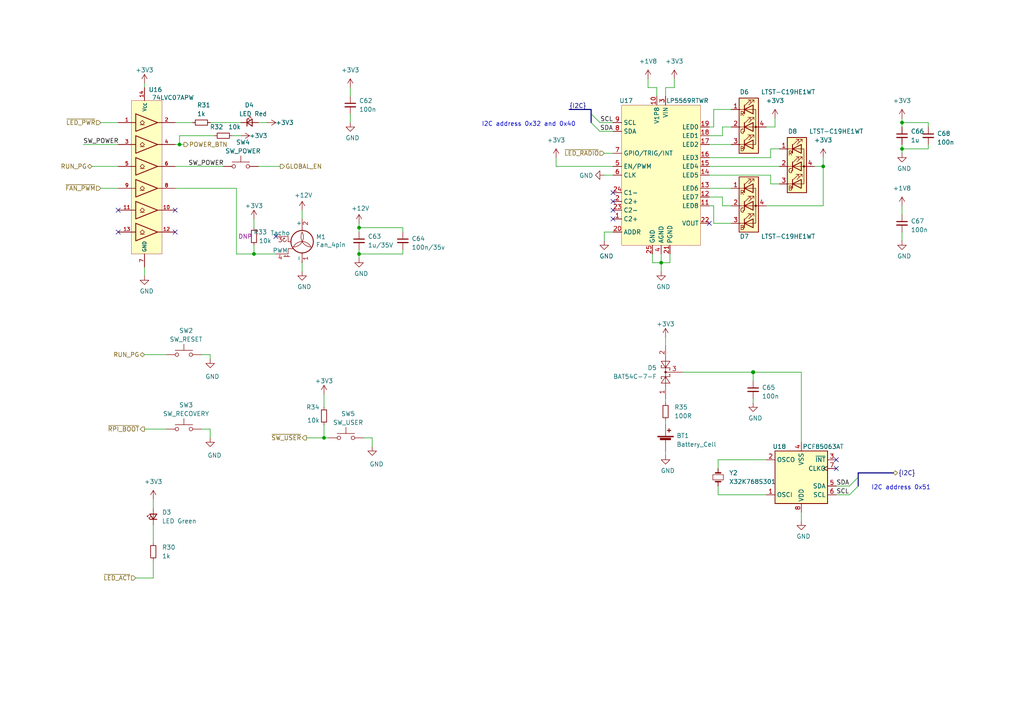
<source format=kicad_sch>
(kicad_sch (version 20210123) (generator eeschema)
  (paper "A4")
  (title_block (title "Front Panel/RTC") (date "2021-01-12") (rev "0.1") (company "Nabu Casa") (comment 1 "www.nabucasa.com") (comment 2 "Light Blue"))
  (lib_symbols
    (symbol "Device:Battery_Cell" (pin_numbers hide) (pin_names (offset 0) hide)
      (property "Reference" "BT" (at 2.54 2.54 0))
      (property "Value" "Battery_Cell" (at 2.54 0 0))
      (symbol "Battery_Cell_0_1"
        (rectangle (start -2.286 1.778) (end 2.286 1.524) (fill (type outline)))
        (rectangle (start -1.5748 1.1938) (end 1.4732 0.6858) (fill (type outline)))
        (polyline (pts (xy 0 0.762) (xy 0 0)))
        (polyline (pts (xy 0 1.778) (xy 0 2.54)))
        (polyline (pts (xy 0.508 3.429) (xy 1.524 3.429)) (stroke (width 0.254)))
        (polyline (pts (xy 1.016 3.937) (xy 1.016 2.921)) (stroke (width 0.254)))
      )
      (symbol "Battery_Cell_1_1"
        (pin passive line (at 0 5.08 270) (length 2.54) (name "+") (number "1"))
        (pin passive line (at 0 -2.54 90) (length 2.54) (name "-") (number "2"))
      )
    )
    (symbol "Device:C_Small" (pin_numbers hide) (pin_names (offset 0.254) hide)
      (property "Reference" "C" (at 0.254 1.778 0))
      (property "Value" "C_Small" (at 0.254 -2.032 0))
      (symbol "C_Small_0_1"
        (polyline (pts (xy -1.524 -0.508) (xy 1.524 -0.508)) (stroke (width 0.3302)))
        (polyline (pts (xy -1.524 0.508) (xy 1.524 0.508)) (stroke (width 0.3048)))
      )
      (symbol "C_Small_1_1"
        (pin passive line (at 0 2.54 270) (length 2.032) (name "~") (number "1"))
        (pin passive line (at 0 -2.54 90) (length 2.032) (name "~") (number "2"))
      )
    )
    (symbol "Device:Crystal_Small" (pin_numbers hide) (pin_names (offset 1.016) hide)
      (property "Reference" "Y" (at 0 2.54 0))
      (property "Value" "Crystal_Small" (at 0 -2.54 0))
      (symbol "Crystal_Small_0_1"
        (rectangle (start -0.762 -1.524) (end 0.762 1.524))
        (polyline (pts (xy -1.27 -0.762) (xy -1.27 0.762)) (stroke (width 0.381)))
        (polyline (pts (xy 1.27 -0.762) (xy 1.27 0.762)) (stroke (width 0.381)))
      )
      (symbol "Crystal_Small_1_1"
        (pin passive line (at -2.54 0 0) (length 1.27) (name "1") (number "1"))
        (pin passive line (at 2.54 0 180) (length 1.27) (name "2") (number "2"))
      )
    )
    (symbol "Device:LED_RGBA" (pin_names (offset 0) hide)
      (property "Reference" "D" (at 0 9.398 0))
      (property "Value" "LED_RGBA" (at 0 -8.89 0))
      (symbol "LED_RGBA_0_0"
        (text "B" (at -1.905 -6.35 0) (effects (font (size 1.27 1.27))))
        (text "G" (at -1.905 -1.27 0) (effects (font (size 1.27 1.27))))
        (text "R" (at -1.905 3.81 0) (effects (font (size 1.27 1.27))))
      )
      (symbol "LED_RGBA_0_1"
        (circle (center 2.032 0) (radius 0.254) (fill (type outline)))
        (rectangle (start 1.27 -1.27) (end 1.27 1.27))
        (rectangle (start 1.27 1.27) (end 1.27 1.27))
        (rectangle (start 1.27 3.81) (end 1.27 6.35))
        (rectangle (start 1.27 6.35) (end 1.27 6.35))
        (rectangle (start 2.794 8.382) (end -2.794 -7.62) (stroke (width 0.254)) (fill (type background)))
        (polyline (pts (xy -1.27 -5.08) (xy -2.54 -5.08)))
        (polyline (pts (xy -1.27 -5.08) (xy 1.27 -5.08)))
        (polyline (pts (xy -1.27 -3.81) (xy -1.27 -6.35)) (stroke (width 0.254)))
        (polyline (pts (xy -1.27 0) (xy -2.54 0)))
        (polyline (pts (xy -1.27 1.27) (xy -1.27 -1.27)) (stroke (width 0.254)))
        (polyline (pts (xy -1.27 5.08) (xy -2.54 5.08)))
        (polyline (pts (xy -1.27 5.08) (xy 1.27 5.08)))
        (polyline (pts (xy -1.27 6.35) (xy -1.27 3.81)) (stroke (width 0.254)))
        (polyline (pts (xy 1.27 0) (xy -1.27 0)))
        (polyline (pts (xy 1.27 0) (xy 2.54 0)))
        (polyline (pts (xy -1.27 1.27) (xy -1.27 -1.27) (xy -1.27 -1.27)))
        (polyline (pts (xy -1.27 6.35) (xy -1.27 3.81) (xy -1.27 3.81)))
        (polyline (pts (xy 1.27 -5.08) (xy 2.032 -5.08) (xy 2.032 5.08) (xy 1.27 5.08)))
        (polyline (pts (xy 1.27 -3.81) (xy 1.27 -6.35) (xy -1.27 -5.08) (xy 1.27 -3.81)) (stroke (width 0.254)))
        (polyline (pts (xy 1.27 1.27) (xy 1.27 -1.27) (xy -1.27 0) (xy 1.27 1.27)) (stroke (width 0.254)))
        (polyline (pts (xy 1.27 6.35) (xy 1.27 3.81) (xy -1.27 5.08) (xy 1.27 6.35)) (stroke (width 0.254)))
        (polyline (pts (xy -1.016 -3.81) (xy 0.508 -2.286) (xy -0.254 -2.286) (xy 0.508 -2.286) (xy 0.508 -3.048)))
        (polyline (pts (xy -1.016 1.27) (xy 0.508 2.794) (xy -0.254 2.794) (xy 0.508 2.794) (xy 0.508 2.032)))
        (polyline (pts (xy -1.016 6.35) (xy 0.508 7.874) (xy -0.254 7.874) (xy 0.508 7.874) (xy 0.508 7.112)))
        (polyline (pts (xy 0 -3.81) (xy 1.524 -2.286) (xy 0.762 -2.286) (xy 1.524 -2.286) (xy 1.524 -3.048)))
        (polyline (pts (xy 0 1.27) (xy 1.524 2.794) (xy 0.762 2.794) (xy 1.524 2.794) (xy 1.524 2.032)))
        (polyline (pts (xy 0 6.35) (xy 1.524 7.874) (xy 0.762 7.874) (xy 1.524 7.874) (xy 1.524 7.112)))
      )
      (symbol "LED_RGBA_1_1"
        (pin passive line (at -5.08 5.08 0) (length 2.54) (name "RK") (number "1"))
        (pin passive line (at -5.08 0 0) (length 2.54) (name "GK") (number "2"))
        (pin passive line (at -5.08 -5.08 0) (length 2.54) (name "BK") (number "3"))
        (pin passive line (at 5.08 0 180) (length 2.54) (name "A") (number "4"))
      )
    )
    (symbol "Device:LED_Small" (pin_numbers hide) (pin_names (offset 0.254) hide)
      (property "Reference" "D" (at -1.27 3.175 0))
      (property "Value" "LED_Small" (at -4.445 -2.54 0))
      (symbol "LED_Small_0_1"
        (polyline (pts (xy -0.762 -1.016) (xy -0.762 1.016)) (stroke (width 0.254)))
        (polyline (pts (xy 1.016 0) (xy -0.762 0)))
        (polyline (pts (xy 0.762 -1.016) (xy -0.762 0) (xy 0.762 1.016) (xy 0.762 -1.016)) (stroke (width 0.254)))
        (polyline (pts (xy 0 0.762) (xy -0.508 1.27) (xy -0.254 1.27) (xy -0.508 1.27) (xy -0.508 1.016)))
        (polyline (pts (xy 0.508 1.27) (xy 0 1.778) (xy 0.254 1.778) (xy 0 1.778) (xy 0 1.524)))
      )
      (symbol "LED_Small_1_1"
        (pin passive line (at -2.54 0 0) (length 1.778) (name "K") (number "1"))
        (pin passive line (at 2.54 0 180) (length 1.778) (name "A") (number "2"))
      )
    )
    (symbol "Device:R_Small" (pin_numbers hide) (pin_names (offset 0.254) hide)
      (property "Reference" "R" (at 0.762 0.508 0))
      (property "Value" "R_Small" (at 0.762 -1.016 0))
      (symbol "R_Small_0_1"
        (rectangle (start -0.762 1.778) (end 0.762 -1.778) (stroke (width 0.2032)))
      )
      (symbol "R_Small_1_1"
        (pin passive line (at 0 2.54 270) (length 0.762) (name "~") (number "1"))
        (pin passive line (at 0 -2.54 90) (length 0.762) (name "~") (number "2"))
      )
    )
    (symbol "Diode:BAT54C" (pin_names (offset 1.016))
      (property "Reference" "D" (at 0.635 -3.81 0))
      (property "Value" "BAT54C" (at -6.35 3.175 0))
      (symbol "BAT54C_0_1"
        (circle (center 0 0) (radius 0.254) (fill (type outline)))
        (polyline (pts (xy -1.905 0) (xy 1.905 0)))
        (polyline (pts (xy -1.905 1.27) (xy -1.905 1.016)))
        (polyline (pts (xy -1.27 -1.27) (xy -0.635 -1.27)))
        (polyline (pts (xy -1.27 0) (xy -3.81 0)))
        (polyline (pts (xy -1.27 1.27) (xy -1.905 1.27)))
        (polyline (pts (xy -1.27 1.27) (xy -1.27 -1.27)))
        (polyline (pts (xy -0.635 -1.27) (xy -0.635 -1.016)))
        (polyline (pts (xy 0.635 -1.27) (xy 0.635 -1.016)))
        (polyline (pts (xy 1.27 -1.27) (xy 0.635 -1.27)))
        (polyline (pts (xy 1.27 1.27) (xy 1.27 -1.27)))
        (polyline (pts (xy 1.27 1.27) (xy 1.905 1.27)))
        (polyline (pts (xy 1.905 1.27) (xy 1.905 1.016)))
        (polyline (pts (xy 3.81 0) (xy 1.27 0)))
        (polyline (pts (xy -3.175 -1.27) (xy -3.175 1.27) (xy -1.27 0) (xy -3.175 -1.27)))
        (polyline (pts (xy 3.175 -1.27) (xy 3.175 1.27) (xy 1.27 0) (xy 3.175 -1.27)))
      )
      (symbol "BAT54C_1_1"
        (pin passive line (at -7.62 0 0) (length 3.81) (name "~") (number "1"))
        (pin passive line (at 7.62 0 180) (length 3.81) (name "~") (number "2"))
        (pin passive line (at 0 -5.08 90) (length 5.08) (name "~") (number "3"))
      )
    )
    (symbol "LightBlue:74LVC07A"
      (property "Reference" "U" (at 3.81 -24.13 0))
      (property "Value" "74LVC07A" (at -7.62 -24.13 0))
      (symbol "74LVC07A_0_1"
        (rectangle (start -3.81 21.59) (end 5.08 -22.86) (stroke (width 0.001)) (fill (type background)))
        (polyline (pts (xy -1.27 14.605) (xy 0 14.605)))
        (polyline (pts (xy -2.54 17.78) (xy -2.54 12.7) (xy 3.81 15.24) (xy -2.54 17.78)) (stroke (width 0.254)))
        (polyline (pts (xy -0.635 15.875) (xy -1.27 15.24) (xy -0.635 14.605) (xy 0 15.24) (xy -0.635 15.875)))
        (polyline (pts (xy -1.27 8.255) (xy 0 8.255)))
        (polyline (pts (xy -0.635 9.525) (xy -1.27 8.89) (xy -0.635 8.255) (xy 0 8.89) (xy -0.635 9.525)))
        (polyline (pts (xy -2.54 11.43) (xy -2.54 6.35) (xy 3.81 8.89) (xy -2.54 11.43)) (stroke (width 0.254)))
        (polyline (pts (xy -2.54 5.08) (xy -2.54 0) (xy 3.81 2.54) (xy -2.54 5.08)) (stroke (width 0.254)))
        (polyline (pts (xy -1.27 1.905) (xy 0 1.905)))
        (polyline (pts (xy -0.635 3.175) (xy -1.27 2.54) (xy -0.635 1.905) (xy 0 2.54) (xy -0.635 3.175)))
        (polyline (pts (xy -1.27 -4.445) (xy 0 -4.445)))
        (polyline (pts (xy -2.54 -1.27) (xy -2.54 -6.35) (xy 3.81 -3.81) (xy -2.54 -1.27)) (stroke (width 0.254)))
        (polyline (pts (xy -0.635 -3.175) (xy -1.27 -3.81) (xy -0.635 -4.445) (xy 0 -3.81) (xy -0.635 -3.175)))
        (polyline (pts (xy -1.27 -10.795) (xy 0 -10.795)))
        (polyline (pts (xy -0.635 -9.525) (xy -1.27 -10.16) (xy -0.635 -10.795) (xy 0 -10.16) (xy -0.635 -9.525)))
        (polyline (pts (xy -2.54 -7.62) (xy -2.54 -12.7) (xy 3.81 -10.16) (xy -2.54 -7.62)) (stroke (width 0.254)))
        (polyline (pts (xy -1.27 -17.145) (xy 0 -17.145)))
        (polyline (pts (xy -2.54 -13.97) (xy -2.54 -19.05) (xy 3.81 -16.51) (xy -2.54 -13.97)) (stroke (width 0.254)))
        (polyline (pts (xy -0.635 -15.875) (xy -1.27 -16.51) (xy -0.635 -17.145) (xy 0 -16.51) (xy -0.635 -15.875)))
      )
      (symbol "74LVC07A_1_1"
        (pin input line (at -7.62 15.24 0) (length 5) (name "~") (number "1"))
        (pin open_collector line (at 8.89 15.24 180) (length 5) (name "~") (number "2"))
        (pin input line (at -7.62 8.89 0) (length 5) (name "~") (number "3"))
        (pin open_collector line (at 8.89 8.89 180) (length 5) (name "~") (number "4"))
        (pin open_collector line (at 8.89 2.54 180) (length 5) (name "~") (number "6"))
        (pin input line (at -7.62 2.54 0) (length 5) (name "~") (number "5"))
        (pin input line (at -7.62 -3.81 0) (length 5) (name "~") (number "9"))
        (pin open_collector line (at 8.89 -3.81 180) (length 5) (name "~") (number "8"))
        (pin input line (at -7.62 -10.16 0) (length 5) (name "~") (number "11"))
        (pin open_collector line (at 8.89 -10.16 180) (length 5) (name "~") (number "10"))
        (pin open_collector line (at 8.89 -16.51 180) (length 5) (name "~") (number "12"))
        (pin input line (at -7.62 -16.51 0) (length 5) (name "~") (number "13"))
        (pin power_in line (at 0 25.4 270) (length 3.81) (name "V_{CC}") (number "14"))
        (pin power_in line (at 0 -26.67 90) (length 3.81) (name "GND") (number "7"))
      )
    )
    (symbol "LightBlue:LP5569"
      (property "Reference" "U" (at -10.16 21.59 0))
      (property "Value" "LP5569" (at 7.62 21.59 0))
      (symbol "LP5569_0_1"
        (rectangle (start -11.43 20.32) (end 11.43 -20.32) (stroke (width 0.0006)) (fill (type background)))
      )
      (symbol "LP5569_1_1"
        (pin input line (at -2.54 -22.86 90) (length 2.54) (name "GND") (number "25"))
        (pin bidirectional line (at -13.97 12.7 0) (length 2.54) (name "SDA") (number "8"))
        (pin input line (at -13.97 15.24 0) (length 2.54) (name "SCL") (number "9"))
        (pin input line (at -13.97 -12.7 0) (length 2.54) (name "C2+") (number "1"))
        (pin input line (at -13.97 -16.51 0) (length 2.54) (name "ADDR") (number "20"))
        (pin output line (at 13.97 11.43 180) (length 2.54) (name "LED1") (number "18"))
        (pin output line (at 13.97 8.89 180) (length 2.54) (name "LED2") (number "17"))
        (pin output line (at 13.97 5.08 180) (length 2.54) (name "LED3") (number "16"))
        (pin input line (at 1.27 22.86 270) (length 2.54) (name "VIN") (number "3"))
        (pin input line (at -13.97 0 0) (length 2.54) (name "CLK") (number "6"))
        (pin output line (at 13.97 2.54 180) (length 2.54) (name "LED4") (number "15"))
        (pin output line (at 13.97 -3.81 180) (length 2.54) (name "LED6") (number "13"))
        (pin output line (at 13.97 0 180) (length 2.54) (name "LED5") (number "14"))
        (pin output line (at 13.97 -6.35 180) (length 2.54) (name "LED7") (number "12"))
        (pin output line (at 13.97 -8.89 180) (length 2.54) (name "LED8") (number "11"))
        (pin output line (at 13.97 13.97 180) (length 2.54) (name "LED0") (number "19"))
        (pin input line (at 0 -22.86 90) (length 2.54) (name "AGND") (number "4"))
        (pin input line (at 2.54 -22.86 90) (length 2.54) (name "PGND") (number "21"))
        (pin input line (at -13.97 -10.16 0) (length 2.54) (name "C2-") (number "23"))
        (pin input line (at -13.97 -7.62 0) (length 2.54) (name "C2+") (number "2"))
        (pin input line (at -13.97 -5.08 0) (length 2.54) (name "C1-") (number "24"))
        (pin input line (at -13.97 2.54 0) (length 2.54) (name "EN/PWM") (number "5"))
        (pin input line (at -13.97 6.35 0) (length 2.54) (name "GPIO/TRIG/INT") (number "7"))
        (pin input line (at -1.27 22.86 270) (length 2.54) (name "V1P8") (number "10"))
        (pin output line (at 13.97 -13.97 180) (length 2.54) (name "VOUT") (number "22"))
      )
    )
    (symbol "Motor:Fan_4pin" (pin_names (offset 0))
      (property "Reference" "M" (at 2.54 5.08 0))
      (property "Value" "Fan_4pin" (at 2.54 -2.54 0))
      (symbol "Fan_4pin_0_0"
        (arc (start -5.588 1.524) (end -5.08 2.032) (radius (at -5.08 1.524) (length 0.508) (angles 180 90)))
        (arc (start -5.588 1.524) (end -4.572 1.524) (radius (at -5.08 1.524) (length 0.508) (angles -179.9 -0.1)))
        (polyline (pts (xy -5.08 2.032) (xy -5.334 2.159)))
        (polyline (pts (xy -5.08 2.032) (xy -5.207 1.778)))
        (polyline (pts (xy -4.064 2.54) (xy -4.064 1.016) (xy -3.302 1.016)))
      )
      (symbol "Fan_4pin_0_1"
        (arc (start 0 3.81) (end -2.54 -0.508) (radius (at -2.4892 2.3876) (length 2.8702) (angles 29.7 -91)))
        (arc (start -2.54 -0.508) (end 2.54 -0.508) (radius (at 0 -1.778) (length 2.8448) (angles 153.4 26.6)))
        (arc (start 2.54 -0.508) (end 0 3.81) (radius (at 2.6162 2.413) (length 2.921) (angles -91.5 151.9)))
        (circle (center 0 1.016) (radius 3.2512) (stroke (width 0.254)))
        (polyline (pts (xy -4.064 2.54) (xy -5.08 2.54)))
        (polyline (pts (xy 0 -5.08) (xy 0 -4.572)))
        (polyline (pts (xy 0 -2.2352) (xy 0 -2.6416)))
        (polyline (pts (xy 0 4.2672) (xy 0 4.6228)))
        (polyline (pts (xy 0 4.572) (xy 0 5.08)))
        (polyline (pts (xy -2.54 -1.016) (xy -4.064 -1.016) (xy -4.064 -2.54) (xy -5.08 -2.54)))
        (polyline (pts (xy -5.334 -3.302) (xy -5.08 -3.302) (xy -5.08 -3.048) (xy -4.826 -3.048) (xy -4.826 -3.302) (xy -4.318 -3.302) (xy -4.318 -3.048) (xy -4.064 -3.048) (xy -4.064 -3.302) (xy -3.556 -3.302)))
      )
      (symbol "Fan_4pin_1_1"
        (pin passive line (at 0 -5.08 90) (length 2.54) (name "-") (number "1"))
        (pin passive line (at 0 7.62 270) (length 2.54) (name "+") (number "2"))
        (pin passive line (at -7.62 2.54 0) (length 2.54) (name "Tacho") (number "3"))
        (pin input line (at -7.62 -2.54 0) (length 2.54) (name "PWM") (number "4"))
      )
    )
    (symbol "Switch:SW_Push" (pin_numbers hide) (pin_names (offset 1.016) hide)
      (property "Reference" "SW" (at 1.27 2.54 0))
      (property "Value" "SW_Push" (at 0 -1.524 0))
      (symbol "SW_Push_0_1"
        (circle (center -2.032 0) (radius 0.508))
        (circle (center 2.032 0) (radius 0.508))
        (polyline (pts (xy 0 1.27) (xy 0 3.048)))
        (polyline (pts (xy 2.54 1.27) (xy -2.54 1.27)))
        (pin passive line (at -5.08 0 0) (length 2.54) (name "1") (number "1"))
        (pin passive line (at 5.08 0 180) (length 2.54) (name "2") (number "2"))
      )
    )
    (symbol "Timer_RTC:PCF8563T"
      (property "Reference" "U" (at -7.62 8.89 0))
      (property "Value" "PCF8563T" (at 2.54 8.89 0))
      (symbol "PCF8563T_0_1"
        (rectangle (start -7.62 7.62) (end 7.62 -7.62) (stroke (width 0.254)) (fill (type background)))
      )
      (symbol "PCF8563T_1_1"
        (pin input line (at -10.16 5.08 0) (length 2.54) (name "OSCI") (number "1"))
        (pin output line (at -10.16 -5.08 0) (length 2.54) (name "OSCO") (number "2"))
        (pin output line (at 10.16 -5.08 180) (length 2.54) (name "~INT~") (number "3"))
        (pin power_in line (at 0 -10.16 90) (length 2.54) (name "VSS") (number "4"))
        (pin bidirectional line (at 10.16 2.54 180) (length 2.54) (name "SDA") (number "5"))
        (pin input line (at 10.16 5.08 180) (length 2.54) (name "SCL") (number "6"))
        (pin output clock (at 10.16 -2.54 180) (length 2.54) (name "CLKO") (number "7"))
        (pin power_in line (at 0 10.16 270) (length 2.54) (name "VDD") (number "8"))
      )
    )
    (symbol "power:+12V" (power) (pin_names (offset 0))
      (property "Value" "+12V" (at 0 3.556 0))
      (symbol "+12V_0_1"
        (polyline (pts (xy -0.762 1.27) (xy 0 2.54)))
        (polyline (pts (xy 0 0) (xy 0 2.54)))
        (polyline (pts (xy 0 2.54) (xy 0.762 1.27)))
      )
      (symbol "+12V_1_1"
        (pin power_in line (at 0 0 90) (length 0) hide (name "+12V") (number "1"))
      )
    )
    (symbol "power:+1V8" (power) (pin_names (offset 0))
      (property "Value" "+1V8" (at 0 3.556 0))
      (symbol "+1V8_0_1"
        (polyline (pts (xy -0.762 1.27) (xy 0 2.54)))
        (polyline (pts (xy 0 0) (xy 0 2.54)))
        (polyline (pts (xy 0 2.54) (xy 0.762 1.27)))
      )
      (symbol "+1V8_1_1"
        (pin power_in line (at 0 0 90) (length 0) hide (name "+1V8") (number "1"))
      )
    )
    (symbol "power:+3V3" (power) (pin_names (offset 0))
      (property "Value" "+3V3" (at 0 3.556 0))
      (symbol "+3V3_0_1"
        (polyline (pts (xy -0.762 1.27) (xy 0 2.54)))
        (polyline (pts (xy 0 0) (xy 0 2.54)))
        (polyline (pts (xy 0 2.54) (xy 0.762 1.27)))
      )
      (symbol "+3V3_1_1"
        (pin power_in line (at 0 0 90) (length 0) hide (name "+3V3") (number "1"))
      )
    )
    (symbol "power:GND" (power) (pin_names (offset 0))
      (property "Value" "GND" (at 0 -3.81 0))
      (symbol "GND_0_1"
        (polyline (pts (xy 0 0) (xy 0 -1.27) (xy 1.27 -1.27) (xy 0 -2.54) (xy -1.27 -1.27) (xy 0 -1.27)))
      )
      (symbol "GND_1_1"
        (pin power_in line (at 0 0 270) (length 0) hide (name "GND") (number "1"))
      )
    )
  )
  (junction (at 52.07 41.91) (diameter 0.9144))
  (junction (at 73.66 73.66) (diameter 0.9144))
  (junction (at 93.98 127) (diameter 0.9144))
  (junction (at 104.14 66.04) (diameter 0.9144))
  (junction (at 104.14 73.66) (diameter 0.9144))
  (junction (at 191.77 76.2) (diameter 0.9144))
  (junction (at 218.44 107.95) (diameter 1.016))
  (junction (at 238.76 48.26) (diameter 0.9144))
  (junction (at 261.62 35.56) (diameter 0.9144))
  (junction (at 261.62 43.18) (diameter 0.9144))
  (no_connect (at 34.29 60.96))
  (no_connect (at 34.29 67.31))
  (no_connect (at 50.8 60.96))
  (no_connect (at 50.8 67.31))
  (no_connect (at 80.01 68.58))
  (no_connect (at 177.8 55.88))
  (no_connect (at 177.8 58.42))
  (no_connect (at 177.8 60.96))
  (no_connect (at 177.8 63.5))
  (no_connect (at 205.74 64.77))
  (no_connect (at 242.57 133.35))
  (no_connect (at 242.57 135.89))
  (bus_entry (at 171.45 33.02) (size 2.54 2.54) (stroke (width 0.1524)))
  (bus_entry (at 171.45 35.56) (size 2.54 2.54) (stroke (width 0.1524)))
  (bus_entry (at 248.92 138.43) (size -2.54 2.54) (stroke (width 0.1524)))
  (bus_entry (at 248.92 140.97) (size -2.54 2.54) (stroke (width 0.1524)))
  (wire (pts (xy 24.13 41.91) (xy 34.29 41.91)))
  (wire (pts (xy 26.67 48.26) (xy 34.29 48.26)))
  (wire (pts (xy 29.21 35.56) (xy 34.29 35.56)))
  (wire (pts (xy 29.21 54.61) (xy 34.29 54.61)))
  (wire (pts (xy 39.37 167.64) (xy 44.45 167.64)))
  (wire (pts (xy 41.91 24.13) (xy 41.91 25.4)))
  (wire (pts (xy 41.91 77.47) (xy 41.91 80.01)))
  (wire (pts (xy 41.91 102.87) (xy 48.26 102.87)))
  (wire (pts (xy 41.91 124.46) (xy 48.26 124.46)))
  (wire (pts (xy 44.45 144.78) (xy 44.45 147.32)))
  (wire (pts (xy 44.45 152.4) (xy 44.45 157.48)))
  (wire (pts (xy 44.45 162.56) (xy 44.45 167.64)))
  (wire (pts (xy 50.8 41.91) (xy 52.07 41.91)))
  (wire (pts (xy 50.8 48.26) (xy 64.77 48.26)))
  (wire (pts (xy 50.8 54.61) (xy 68.58 54.61)))
  (wire (pts (xy 52.07 39.37) (xy 52.07 41.91)))
  (wire (pts (xy 52.07 41.91) (xy 53.34 41.91)))
  (wire (pts (xy 55.88 35.56) (xy 50.8 35.56)))
  (wire (pts (xy 58.42 124.46) (xy 60.96 124.46)))
  (wire (pts (xy 60.96 102.87) (xy 58.42 102.87)))
  (wire (pts (xy 60.96 104.14) (xy 60.96 102.87)))
  (wire (pts (xy 60.96 124.46) (xy 60.96 127)))
  (wire (pts (xy 62.23 39.37) (xy 52.07 39.37)))
  (wire (pts (xy 67.31 39.37) (xy 69.85 39.37)))
  (wire (pts (xy 68.58 54.61) (xy 68.58 73.66)))
  (wire (pts (xy 68.58 73.66) (xy 73.66 73.66)))
  (wire (pts (xy 69.85 35.56) (xy 60.96 35.56)))
  (wire (pts (xy 73.66 66.04) (xy 73.66 63.5)))
  (wire (pts (xy 73.66 71.12) (xy 73.66 73.66)))
  (wire (pts (xy 73.66 73.66) (xy 80.01 73.66)))
  (wire (pts (xy 74.93 48.26) (xy 81.28 48.26)))
  (wire (pts (xy 77.47 35.56) (xy 74.93 35.56)))
  (wire (pts (xy 87.63 60.96) (xy 87.63 63.5)))
  (wire (pts (xy 87.63 76.2) (xy 87.63 78.74)))
  (wire (pts (xy 88.9 127) (xy 93.98 127)))
  (wire (pts (xy 93.98 118.11) (xy 93.98 114.3)))
  (wire (pts (xy 93.98 123.19) (xy 93.98 127)))
  (wire (pts (xy 93.98 127) (xy 95.25 127)))
  (wire (pts (xy 101.6 25.4) (xy 101.6 27.94)))
  (wire (pts (xy 101.6 33.02) (xy 101.6 35.56)))
  (wire (pts (xy 104.14 64.77) (xy 104.14 66.04)))
  (wire (pts (xy 104.14 66.04) (xy 104.14 67.31)))
  (wire (pts (xy 104.14 66.04) (xy 116.84 66.04)))
  (wire (pts (xy 104.14 72.39) (xy 104.14 73.66)))
  (wire (pts (xy 104.14 73.66) (xy 104.14 74.93)))
  (wire (pts (xy 104.14 73.66) (xy 116.84 73.66)))
  (wire (pts (xy 105.41 127) (xy 107.95 127)))
  (wire (pts (xy 107.95 127) (xy 107.95 129.54)))
  (wire (pts (xy 116.84 67.31) (xy 116.84 66.04)))
  (wire (pts (xy 116.84 72.39) (xy 116.84 73.66)))
  (wire (pts (xy 161.29 45.72) (xy 161.29 48.26)))
  (wire (pts (xy 161.29 48.26) (xy 177.8 48.26)))
  (wire (pts (xy 175.26 44.45) (xy 177.8 44.45)))
  (wire (pts (xy 175.26 50.8) (xy 177.8 50.8)))
  (wire (pts (xy 175.26 67.31) (xy 177.8 67.31)))
  (wire (pts (xy 175.26 69.85) (xy 175.26 67.31)))
  (wire (pts (xy 177.8 35.56) (xy 173.99 35.56)))
  (wire (pts (xy 177.8 38.1) (xy 173.99 38.1)))
  (wire (pts (xy 187.96 22.86) (xy 187.96 25.4)))
  (wire (pts (xy 187.96 25.4) (xy 190.5 25.4)))
  (wire (pts (xy 189.23 73.66) (xy 189.23 76.2)))
  (wire (pts (xy 189.23 76.2) (xy 191.77 76.2)))
  (wire (pts (xy 190.5 25.4) (xy 190.5 27.94)))
  (wire (pts (xy 191.77 73.66) (xy 191.77 76.2)))
  (wire (pts (xy 191.77 76.2) (xy 191.77 78.74)))
  (wire (pts (xy 191.77 76.2) (xy 194.31 76.2)))
  (wire (pts (xy 193.04 25.4) (xy 193.04 27.94)))
  (wire (pts (xy 193.04 97.79) (xy 193.04 100.33)))
  (wire (pts (xy 193.04 115.57) (xy 193.04 116.84)))
  (wire (pts (xy 193.04 121.92) (xy 193.04 123.19)))
  (wire (pts (xy 193.04 130.81) (xy 193.04 132.08)))
  (wire (pts (xy 194.31 76.2) (xy 194.31 73.66)))
  (wire (pts (xy 195.58 22.86) (xy 195.58 25.4)))
  (wire (pts (xy 195.58 25.4) (xy 193.04 25.4)))
  (wire (pts (xy 198.12 107.95) (xy 218.44 107.95)))
  (wire (pts (xy 205.74 36.83) (xy 207.01 36.83)))
  (wire (pts (xy 205.74 39.37) (xy 209.55 39.37)))
  (wire (pts (xy 205.74 41.91) (xy 212.09 41.91)))
  (wire (pts (xy 205.74 45.72) (xy 223.52 45.72)))
  (wire (pts (xy 205.74 48.26) (xy 226.06 48.26)))
  (wire (pts (xy 205.74 50.8) (xy 223.52 50.8)))
  (wire (pts (xy 205.74 54.61) (xy 212.09 54.61)))
  (wire (pts (xy 205.74 57.15) (xy 209.55 57.15)))
  (wire (pts (xy 205.74 59.69) (xy 207.01 59.69)))
  (wire (pts (xy 207.01 31.75) (xy 212.09 31.75)))
  (wire (pts (xy 207.01 36.83) (xy 207.01 31.75)))
  (wire (pts (xy 207.01 59.69) (xy 207.01 64.77)))
  (wire (pts (xy 207.01 64.77) (xy 212.09 64.77)))
  (wire (pts (xy 208.28 133.35) (xy 208.28 135.89)))
  (wire (pts (xy 208.28 140.97) (xy 208.28 143.51)))
  (wire (pts (xy 208.28 143.51) (xy 222.25 143.51)))
  (wire (pts (xy 209.55 36.83) (xy 212.09 36.83)))
  (wire (pts (xy 209.55 39.37) (xy 209.55 36.83)))
  (wire (pts (xy 209.55 57.15) (xy 209.55 59.69)))
  (wire (pts (xy 209.55 59.69) (xy 212.09 59.69)))
  (wire (pts (xy 218.44 107.95) (xy 218.44 110.49)))
  (wire (pts (xy 218.44 107.95) (xy 232.41 107.95)))
  (wire (pts (xy 218.44 115.57) (xy 218.44 116.84)))
  (wire (pts (xy 222.25 36.83) (xy 224.79 36.83)))
  (wire (pts (xy 222.25 59.69) (xy 238.76 59.69)))
  (wire (pts (xy 222.25 133.35) (xy 208.28 133.35)))
  (wire (pts (xy 223.52 43.18) (xy 226.06 43.18)))
  (wire (pts (xy 223.52 45.72) (xy 223.52 43.18)))
  (wire (pts (xy 223.52 50.8) (xy 223.52 53.34)))
  (wire (pts (xy 223.52 53.34) (xy 226.06 53.34)))
  (wire (pts (xy 224.79 34.29) (xy 224.79 36.83)))
  (wire (pts (xy 232.41 107.95) (xy 232.41 128.27)))
  (wire (pts (xy 232.41 148.59) (xy 232.41 151.13)))
  (wire (pts (xy 236.22 48.26) (xy 238.76 48.26)))
  (wire (pts (xy 238.76 48.26) (xy 238.76 45.72)))
  (wire (pts (xy 238.76 59.69) (xy 238.76 48.26)))
  (wire (pts (xy 242.57 140.97) (xy 246.38 140.97)))
  (wire (pts (xy 242.57 143.51) (xy 246.38 143.51)))
  (wire (pts (xy 261.62 34.29) (xy 261.62 35.56)))
  (wire (pts (xy 261.62 35.56) (xy 261.62 36.83)))
  (wire (pts (xy 261.62 41.91) (xy 261.62 43.18)))
  (wire (pts (xy 261.62 43.18) (xy 261.62 44.45)))
  (wire (pts (xy 261.62 43.18) (xy 269.24 43.18)))
  (wire (pts (xy 261.62 59.69) (xy 261.62 62.23)))
  (wire (pts (xy 261.62 67.31) (xy 261.62 69.85)))
  (wire (pts (xy 269.24 35.56) (xy 261.62 35.56)))
  (wire (pts (xy 269.24 36.83) (xy 269.24 35.56)))
  (wire (pts (xy 269.24 41.91) (xy 269.24 43.18)))
  (bus (pts (xy 165.1 31.75) (xy 171.45 31.75)))
  (bus (pts (xy 171.45 31.75) (xy 171.45 33.02)))
  (bus (pts (xy 171.45 33.02) (xy 171.45 35.56)))
  (bus (pts (xy 248.92 137.16) (xy 248.92 138.43)))
  (bus (pts (xy 248.92 137.16) (xy 259.08 137.16)))
  (bus (pts (xy 248.92 138.43) (xy 248.92 140.97)))
  (text "I2C address 0x32 and 0x40" (at 139.7 36.83 0) (effects (font (size 1.27 1.27)) (justify left bottom)))
  (text "I2C address 0x51" (at 252.73 142.24 0) (effects (font (size 1.27 1.27)) (justify left bottom)))
  (label "SW_POWER" (at 24.13 41.91 0))
  (label "SW_POWER" (at 54.61 48.26 0))
  (label "{I2C}" (at 165.1 31.75 0))
  (label "SCL" (at 177.8 35.56 180))
  (label "SDA" (at 177.8 38.1 180))
  (label "SDA" (at 242.57 140.97 0))
  (label "SCL" (at 242.57 143.51 0))
  (hierarchical_label "RUN_PG" (shape bidirectional) (at 26.67 48.26 180))
  (hierarchical_label "~LED_PWR" (shape input) (at 29.21 35.56 180))
  (hierarchical_label "~FAN_PWM" (shape input) (at 29.21 54.61 180))
  (hierarchical_label "~LED_ACT" (shape input) (at 39.37 167.64 180))
  (hierarchical_label "RUN_PG" (shape bidirectional) (at 41.91 102.87 180))
  (hierarchical_label "~RPI_BOOT" (shape output) (at 41.91 124.46 180))
  (hierarchical_label "POWER_BTN" (shape output) (at 53.34 41.91 0))
  (hierarchical_label "GLOBAL_EN" (shape output) (at 81.28 48.26 0))
  (hierarchical_label "~SW_USER" (shape output) (at 88.9 127 180))
  (hierarchical_label "~LED_RADIO" (shape input) (at 175.26 44.45 180))
  (hierarchical_label "{I2C}" (shape bidirectional) (at 259.08 137.16 0))
  (symbol (lib_id "power:+3V3") (at 41.91 24.13 0) (unit 1)
    (property "Reference" "#PWR0217" (effects hide))
    (property "Value" "+3V3" (at 41.91 20.32 0))
  )
  (symbol (lib_id "power:+3V3") (at 44.45 144.78 0) (unit 1)
    (property "Reference" "#PWR0212" (effects hide))
    (property "Value" "+3V3" (at 44.45 139.7 0))
  )
  (symbol (lib_id "power:+3V3") (at 69.85 39.37 270) (unit 1)
    (property "Reference" "#PWR0218" (effects hide))
    (property "Value" "+3V3" (at 74.93 39.37 90))
  )
  (symbol (lib_id "power:+3V3") (at 73.66 63.5 0) (unit 1)
    (property "Reference" "#PWR0220" (effects hide))
    (property "Value" "+3V3" (at 73.66 59.69 0))
  )
  (symbol (lib_id "power:+3V3") (at 77.47 35.56 270) (unit 1)
    (property "Reference" "#PWR0219" (effects hide))
    (property "Value" "+3V3" (at 82.55 35.56 90))
  )
  (symbol (lib_id "power:+12V") (at 87.63 60.96 0) (unit 1)
    (property "Reference" "#PWR0221" (effects hide))
    (property "Value" "+12V" (at 87.9983 56.6356 0))
  )
  (symbol (lib_id "power:+3V3") (at 93.98 114.3 0) (unit 1)
    (property "Reference" "#PWR0227" (effects hide))
    (property "Value" "+3V3" (at 93.98 110.49 0))
  )
  (symbol (lib_id "power:+3V3") (at 101.6 25.4 0) (unit 1)
    (property "Reference" "#PWR0223" (effects hide))
    (property "Value" "+3V3" (at 101.6 20.32 0))
  )
  (symbol (lib_id "power:+12V") (at 104.14 64.77 0) (unit 1)
    (property "Reference" "#PWR0224" (effects hide))
    (property "Value" "+12V" (at 104.5083 60.4456 0))
  )
  (symbol (lib_id "power:+3V3") (at 161.29 45.72 0) (unit 1)
    (property "Reference" "#PWR0226" (effects hide))
    (property "Value" "+3V3" (at 161.29 40.64 0))
  )
  (symbol (lib_id "power:+1V8") (at 187.96 22.86 0) (unit 1)
    (property "Reference" "#PWR0229" (effects hide))
    (property "Value" "+1V8" (at 187.96 17.78 0))
  )
  (symbol (lib_id "power:+3V3") (at 193.04 97.79 0) (unit 1)
    (property "Reference" "#PWR0236" (effects hide))
    (property "Value" "+3V3" (at 193.04 93.98 0))
  )
  (symbol (lib_id "power:+3V3") (at 195.58 22.86 0) (unit 1)
    (property "Reference" "#PWR0230" (effects hide))
    (property "Value" "+3V3" (at 195.58 17.78 0))
  )
  (symbol (lib_id "power:+3V3") (at 224.79 34.29 0) (unit 1)
    (property "Reference" "#PWR0210" (effects hide))
    (property "Value" "+3V3" (at 224.79 29.21 0))
  )
  (symbol (lib_id "power:+3V3") (at 238.76 45.72 0) (unit 1)
    (property "Reference" "#PWR0209" (effects hide))
    (property "Value" "+3V3" (at 238.76 40.64 0))
  )
  (symbol (lib_id "power:+3V3") (at 261.62 34.29 0) (unit 1)
    (property "Reference" "#PWR0211" (effects hide))
    (property "Value" "+3V3" (at 261.62 29.21 0))
  )
  (symbol (lib_id "power:+1V8") (at 261.62 59.69 0) (unit 1)
    (property "Reference" "#PWR0206" (effects hide))
    (property "Value" "+1V8" (at 261.62 54.61 0))
  )
  (symbol (lib_id "power:GND") (at 41.91 80.01 0) (unit 1)
    (property "Reference" "#PWR0213" (effects hide))
    (property "Value" "GND" (at 42.545 84.455 0))
  )
  (symbol (lib_id "power:GND") (at 60.96 104.14 0) (unit 1)
    (property "Reference" "#PWR0216" (effects hide))
    (property "Value" "GND" (at 61.595 109.22 0))
  )
  (symbol (lib_id "power:GND") (at 60.96 127 0) (unit 1)
    (property "Reference" "#PWR0215" (effects hide))
    (property "Value" "GND" (at 62.23 132.08 0))
  )
  (symbol (lib_id "power:GND") (at 87.63 78.74 0) (unit 1)
    (property "Reference" "#PWR0214" (effects hide))
    (property "Value" "GND" (at 88.265 83.185 0))
  )
  (symbol (lib_id "power:GND") (at 101.6 35.56 0) (unit 1)
    (property "Reference" "#PWR0222" (effects hide))
    (property "Value" "GND" (at 102.235 40.005 0))
  )
  (symbol (lib_id "power:GND") (at 104.14 74.93 0) (unit 1)
    (property "Reference" "#PWR0225" (effects hide))
    (property "Value" "GND" (at 104.775 79.375 0))
  )
  (symbol (lib_id "power:GND") (at 107.95 129.54 0) (unit 1)
    (property "Reference" "#PWR0228" (effects hide))
    (property "Value" "GND" (at 109.22 134.62 0))
  )
  (symbol (lib_id "power:GND") (at 175.26 50.8 270) (unit 1)
    (property "Reference" "#PWR0231" (effects hide))
    (property "Value" "GND" (at 172.085 50.9143 90) (effects (justify right)))
  )
  (symbol (lib_id "power:GND") (at 175.26 69.85 0) (unit 1)
    (property "Reference" "#PWR0232" (effects hide))
    (property "Value" "GND" (at 175.895 74.295 0))
  )
  (symbol (lib_id "power:GND") (at 191.77 78.74 0) (unit 1)
    (property "Reference" "#PWR0237" (effects hide))
    (property "Value" "GND" (at 192.405 83.185 0))
  )
  (symbol (lib_id "power:GND") (at 193.04 132.08 0) (unit 1)
    (property "Reference" "#PWR0235" (effects hide))
    (property "Value" "GND" (at 193.675 136.525 0))
  )
  (symbol (lib_id "power:GND") (at 218.44 116.84 0) (unit 1)
    (property "Reference" "#PWR0233" (effects hide))
    (property "Value" "GND" (at 219.075 121.285 0))
  )
  (symbol (lib_id "power:GND") (at 232.41 151.13 0) (unit 1)
    (property "Reference" "#PWR0234" (effects hide))
    (property "Value" "GND" (at 233.045 155.575 0))
  )
  (symbol (lib_id "power:GND") (at 261.62 44.45 0) (unit 1)
    (property "Reference" "#PWR0207" (effects hide))
    (property "Value" "GND" (at 262.255 48.895 0))
  )
  (symbol (lib_id "power:GND") (at 261.62 69.85 0) (unit 1)
    (property "Reference" "#PWR0208" (effects hide))
    (property "Value" "GND" (at 262.255 74.295 0))
  )
  (symbol (lib_id "Device:R_Small") (at 44.45 160.02 0) (unit 1)
    (property "Reference" "R30" (at 46.99 158.75 0) (effects (justify left)))
    (property "Value" "1k" (at 46.99 161.29 0) (effects (justify left)))
    (property "Footprint" "Resistor_SMD:R_0402_1005Metric" (effects hide))
  )
  (symbol (lib_id "Device:R_Small") (at 58.42 35.56 270) (unit 1)
    (property "Reference" "R31" (at 57.15 30.48 90) (effects (justify left)))
    (property "Value" "1k" (at 57.15 33.02 90) (effects (justify left)))
    (property "Footprint" "Resistor_SMD:R_0402_1005Metric" (effects hide))
  )
  (symbol (lib_id "Device:R_Small") (at 64.77 39.37 90) (unit 1)
    (property "Reference" "R32" (at 64.77 36.83 90) (effects (justify left)))
    (property "Value" "10k" (at 69.85 36.83 90) (effects (justify left)))
    (property "Footprint" "Resistor_SMD:R_0402_1005Metric" (effects hide))
  )
  (symbol (lib_id "Device:R_Small") (at 73.66 68.58 180) (unit 1)
    (property "Reference" "R33" (at 77.47 67.31 0) (effects (justify left)))
    (property "Value" "10k" (at 78.74 69.85 0) (effects (justify left)))
    (property "Footprint" "Resistor_SMD:R_0402_1005Metric" (effects hide))
    (property "Config" "DNP" (at 71.12 68.58 0))
  )
  (symbol (lib_id "Device:R_Small") (at 93.98 120.65 180) (unit 1)
    (property "Reference" "R34" (at 92.71 118.11 0) (effects (justify left)))
    (property "Value" "10k" (at 92.71 121.92 0) (effects (justify left)))
    (property "Footprint" "Resistor_SMD:R_0402_1005Metric" (effects hide))
  )
  (symbol (lib_id "Device:R_Small") (at 193.04 119.38 0) (unit 1)
    (property "Reference" "R35" (at 195.58 118.11 0) (effects (justify left)))
    (property "Value" "100R" (at 195.58 120.65 0) (effects (justify left)))
    (property "Footprint" "Resistor_SMD:R_0402_1005Metric" (effects hide))
  )
  (symbol (lib_id "Device:LED_Small") (at 44.45 149.86 90) (unit 1)
    (property "Reference" "D3" (at 46.99 148.59 90) (effects (justify right)))
    (property "Value" "LED Green" (at 46.99 151.13 90) (effects (justify right)))
    (property "Footprint" "LED_SMD:LED_0603_1608Metric" (effects hide))
    (property "Manufacturer" "Lite-On" (effects hide))
    (property "PartNumber" "LTST-C194TGKT" (effects hide))
  )
  (symbol (lib_id "Device:LED_Small") (at 72.39 35.56 0) (unit 1)
    (property "Reference" "D4" (at 73.66 30.48 0) (effects (justify right)))
    (property "Value" "LED Red" (at 77.47 33.02 0) (effects (justify right)))
    (property "Footprint" "LED_SMD:LED_0603_1608Metric" (effects hide))
    (property "Manufacturer" "Lite-On" (effects hide))
    (property "PartNumber" "LTST-C194KRKT" (effects hide))
  )
  (symbol (lib_id "Device:Crystal_Small") (at 208.28 138.43 90) (unit 1)
    (property "Reference" "Y2" (at 211.455 137.16 90) (effects (justify right)))
    (property "Value" "X32K768S301" (at 211.455 139.7 90) (effects (justify right)))
    (property "Footprint" "Crystal:Crystal_SMD_3215-2Pin_3.2x1.5mm" (effects hide))
    (property "Manufacturer" "Epson" (effects hide))
    (property "PartNumber" "FC-135 32.7680KA-A3" (effects hide))
  )
  (symbol (lib_id "Device:C_Small") (at 101.6 30.48 0) (unit 1)
    (property "Reference" "C62" (at 104.14 29.21 0) (effects (justify left)))
    (property "Value" "100n" (at 104.14 31.75 0) (effects (justify left)))
    (property "Footprint" "Capacitor_SMD:C_0402_1005Metric" (effects hide))
  )
  (symbol (lib_id "Device:C_Small") (at 104.14 69.85 0) (unit 1)
    (property "Reference" "C63" (at 106.68 68.58 0) (effects (justify left)))
    (property "Value" "1u/35V" (at 106.68 71.12 0) (effects (justify left)))
    (property "Footprint" "Capacitor_SMD:C_0402_1005Metric" (effects hide))
  )
  (symbol (lib_id "Device:C_Small") (at 116.84 69.85 0) (unit 1)
    (property "Reference" "C64" (at 119.38 69.215 0) (effects (justify left)))
    (property "Value" "100n/35v" (at 119.38 71.755 0) (effects (justify left)))
    (property "Footprint" "Capacitor_SMD:C_0402_1005Metric" (effects hide))
  )
  (symbol (lib_id "Device:C_Small") (at 218.44 113.03 0) (unit 1)
    (property "Reference" "C65" (at 220.98 112.395 0) (effects (justify left)))
    (property "Value" "100n" (at 220.98 114.935 0) (effects (justify left)))
    (property "Footprint" "Capacitor_SMD:C_0402_1005Metric" (effects hide))
  )
  (symbol (lib_id "Device:C_Small") (at 261.62 39.37 0) (unit 1)
    (property "Reference" "C66" (at 264.16 38.1 0) (effects (justify left)))
    (property "Value" "1u" (at 264.16 40.64 0) (effects (justify left)))
    (property "Footprint" "Capacitor_SMD:C_0402_1005Metric" (effects hide))
  )
  (symbol (lib_id "Device:C_Small") (at 261.62 64.77 0) (unit 1)
    (property "Reference" "C67" (at 264.16 64.135 0) (effects (justify left)))
    (property "Value" "100n" (at 264.16 66.675 0) (effects (justify left)))
    (property "Footprint" "Capacitor_SMD:C_0402_1005Metric" (effects hide))
  )
  (symbol (lib_id "Device:C_Small") (at 269.24 39.37 0) (unit 1)
    (property "Reference" "C68" (at 271.78 38.735 0) (effects (justify left)))
    (property "Value" "100n" (at 271.78 41.275 0) (effects (justify left)))
    (property "Footprint" "Capacitor_SMD:C_0402_1005Metric" (effects hide))
  )
  (symbol (lib_id "Device:Battery_Cell") (at 193.04 128.27 0) (unit 1)
    (property "Reference" "BT1" (at 196.215 126.365 0) (effects (justify left)))
    (property "Value" "Battery_Cell" (at 196.215 128.905 0) (effects (justify left)))
    (property "Footprint" "Battery:BatteryHolder_Keystone_1060_1x2032" (effects hide))
    (property "Manufacturer" "Keystone" (effects hide))
    (property "PartNumber" "1060" (effects hide))
  )
  (symbol (lib_id "Switch:SW_Push") (at 53.34 102.87 0) (unit 1)
    (property "Reference" "SW2" (at 53.975 95.885 0))
    (property "Value" "SW_RESET" (at 53.975 98.425 0))
    (property "Footprint" "Button_Switch_THT:SW_Tactile_SPST_Angled_PTS645Vx39-2LFS" (effects hide))
    (property "Manufacturer" "C&K" (effects hide))
    (property "PartNumber" "PTS645VM39-2 LFS" (effects hide))
  )
  (symbol (lib_id "Switch:SW_Push") (at 53.34 124.46 0) (unit 1)
    (property "Reference" "SW3" (at 53.975 117.475 0))
    (property "Value" "SW_RECOVERY" (at 53.975 120.015 0))
    (property "Footprint" "Button_Switch_SMD:SW_SPST_B3U-3100P-B" (effects hide))
    (property "Manufacturer" "Panasonic Electronic Components" (effects hide))
    (property "PartNumber" "EVQ-P7C01P" (effects hide))
  )
  (symbol (lib_id "Switch:SW_Push") (at 69.85 48.26 0) (unit 1)
    (property "Reference" "SW4" (at 70.485 41.275 0))
    (property "Value" "SW_POWER" (at 70.485 43.815 0))
    (property "Footprint" "Button_Switch_THT:SW_Tactile_SPST_Angled_PTS645Vx39-2LFS" (effects hide))
    (property "Manufacturer" "C&K" (effects hide))
    (property "PartNumber" "PTS645VM39-2 LFS" (effects hide))
  )
  (symbol (lib_id "Switch:SW_Push") (at 100.33 127 0) (unit 1)
    (property "Reference" "SW5" (at 100.965 120.015 0))
    (property "Value" "SW_USER" (at 100.965 122.555 0))
    (property "Footprint" "Button_Switch_THT:SW_Tactile_SPST_Angled_PTS645Vx39-2LFS" (effects hide))
    (property "Manufacturer" "C&K" (effects hide))
    (property "PartNumber" "PTS645VM39-2 LFS" (effects hide))
  )
  (symbol (lib_id "Diode:BAT54C") (at 193.04 107.95 90) (unit 1)
    (property "Reference" "D5" (at 190.5 106.68 90) (effects (justify left)))
    (property "Value" "BAT54C-7-F" (at 190.5 109.22 90) (effects (justify left)))
    (property "Footprint" "Package_TO_SOT_SMD:SOT-23" (effects hide))
    (property "Datasheet" "http://www.diodes.com/_files/datasheets/ds11005.pdf" (effects hide))
    (property "Manufacturer" "Diodes Incorporated" (effects hide))
    (property "PartNumber" "BAT54C-7-F" (effects hide))
  )
  (symbol (lib_id "Motor:Fan_4pin") (at 87.63 71.12 0) (unit 1)
    (property "Reference" "M1" (at 91.6433 68.7006 0) (effects (justify left)))
    (property "Value" "Fan_4pin" (at 91.6433 70.9993 0) (effects (justify left)))
    (property "Footprint" "Connector:FanPinHeader_1x04_P2.54mm_Vertical" (effects hide))
    (property "Datasheet" "http://www.formfactors.org/developer%5Cspecs%5Crev1_2_public.pdf" (effects hide))
    (property "Manufacturer" "Molex" (effects hide))
    (property "PartNumber" "47053-1000" (effects hide))
  )
  (symbol (lib_id "Device:LED_RGBA") (at 217.17 36.83 0) (unit 1)
    (property "Reference" "D6" (at 215.9 26.67 0))
    (property "Value" "LTST-C19HE1WT" (at 228.6 26.67 0))
    (property "Footprint" "LED_SMD:LED_LiteOn_LTST-C19HE1WT" (effects hide))
    (property "Datasheet" "https://www.mouser.ch/datasheet/2/678/SMB-KTF0-0A306-DS100_2017-09-15-1279410.pdf" (effects hide))
    (property "Manufacturer" "Lite-On" (effects hide))
    (property "PartNumber" "C19HE1WT" (effects hide))
  )
  (symbol (lib_id "Device:LED_RGBA") (at 217.17 59.69 0) (unit 1)
    (property "Reference" "D7" (at 215.9 68.58 0))
    (property "Value" "LTST-C19HE1WT" (at 228.6 68.58 0))
    (property "Footprint" "LED_SMD:LED_LiteOn_LTST-C19HE1WT" (effects hide))
    (property "Datasheet" "https://www.mouser.ch/datasheet/2/678/SMB-KTF0-0A306-DS100_2017-09-15-1279410.pdf" (effects hide))
    (property "Manufacturer" "Lite-On" (effects hide))
    (property "PartNumber" "C19HE1WT" (effects hide))
  )
  (symbol (lib_id "Device:LED_RGBA") (at 231.14 48.26 0) (unit 1)
    (property "Reference" "D8" (at 229.87 38.1 0))
    (property "Value" "LTST-C19HE1WT" (at 242.57 38.1 0))
    (property "Footprint" "LED_SMD:LED_LiteOn_LTST-C19HE1WT" (effects hide))
    (property "Datasheet" "https://www.mouser.ch/datasheet/2/678/SMB-KTF0-0A306-DS100_2017-09-15-1279410.pdf" (effects hide))
    (property "Manufacturer" "Lite-On" (effects hide))
    (property "PartNumber" "C19HE1WT" (effects hide))
  )
  (symbol (lib_id "Timer_RTC:PCF8563T") (at 232.41 138.43 0) (mirror x) (unit 1)
    (property "Reference" "U18" (at 226.06 129.54 0))
    (property "Value" "PCF85063AT" (at 238.76 129.54 0))
    (property "Footprint" "Package_SO:SOIC-8_3.9x4.9mm_P1.27mm" (effects hide))
    (property "Datasheet" "https://assets.nexperia.com/documents/data-sheet/PCF8563.pdf" (effects hide))
    (property "Manufacturer" "NXP USA" (effects hide))
    (property "PartNumber" "PCF85063AT/AY" (effects hide))
  )
  (symbol (lib_id "LightBlue:74LVC07A") (at 41.91 50.8 0) (unit 1)
    (property "Reference" "U16" (at 45.085 26.0158 0))
    (property "Value" "74LVC07APW" (at 50.165 28.315 0))
    (property "Footprint" "Package_SO:TSSOP-14_4.4x5mm_P0.65mm" (effects hide))
    (property "Datasheet" "https://assets.nexperia.com/documents/data-sheet/74LVC07A.pdf" (effects hide))
    (property "Manufacturer" "Nexperia USA" (effects hide))
    (property "PartNumber" "74LVC07APW" (effects hide))
  )
  (symbol (lib_id "LightBlue:LP5569") (at 191.77 50.8 0) (unit 1)
    (property "Reference" "U17" (at 181.61 29.21 0))
    (property "Value" "LP5569RTWR" (at 199.39 29.21 0))
    (property "Footprint" "Package_DFN_QFN:WQFN-24-1EP_4x4mm_P0.5mm_EP2.45x2.45mm" (effects hide))
    (property "Datasheet" "https://www.ti.com/lit/ds/symlink/lp5569.pdf" (effects hide))
    (property "Manufacturer" "Texas Instruments" (effects hide))
    (property "PartNumber" "LP5569RTWR" (effects hide))
  )
)
</source>
